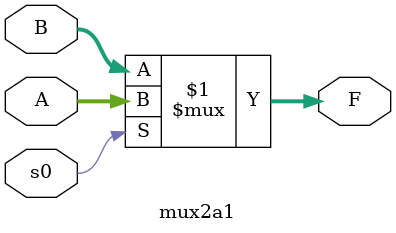
<source format=v>
module mux2a1(
input [2:0] A,
input [2:0] B,
input s0,
output [2:0] F
);

assign F=s0?A:B;

endmodule
</source>
